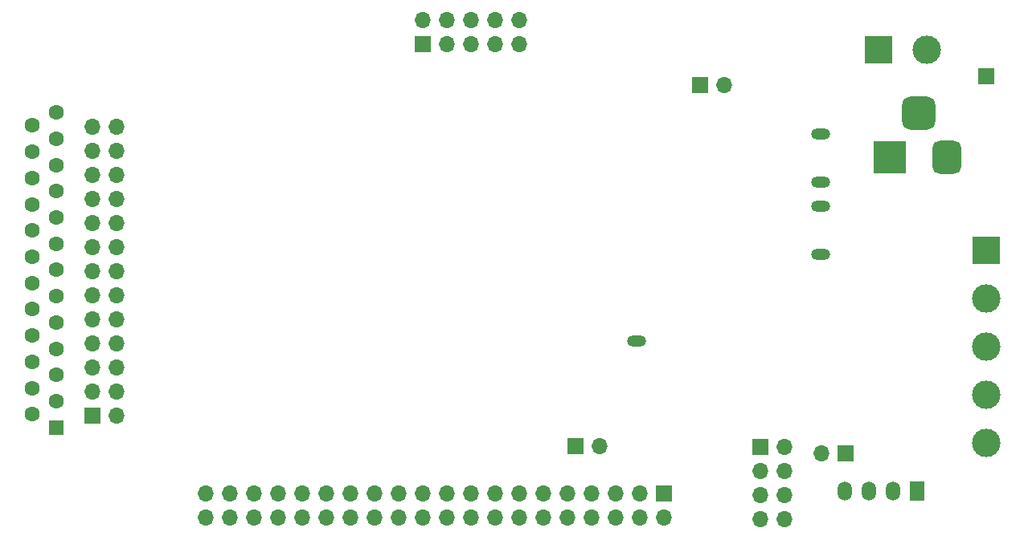
<source format=gbr>
G04 #@! TF.GenerationSoftware,KiCad,Pcbnew,(6.0.4-0)*
G04 #@! TF.CreationDate,2022-04-08T08:30:32+02:00*
G04 #@! TF.ProjectId,FluCom2,466c7543-6f6d-4322-9e6b-696361645f70,2.3*
G04 #@! TF.SameCoordinates,Original*
G04 #@! TF.FileFunction,Soldermask,Bot*
G04 #@! TF.FilePolarity,Negative*
%FSLAX46Y46*%
G04 Gerber Fmt 4.6, Leading zero omitted, Abs format (unit mm)*
G04 Created by KiCad (PCBNEW (6.0.4-0)) date 2022-04-08 08:30:32*
%MOMM*%
%LPD*%
G01*
G04 APERTURE LIST*
G04 Aperture macros list*
%AMRoundRect*
0 Rectangle with rounded corners*
0 $1 Rounding radius*
0 $2 $3 $4 $5 $6 $7 $8 $9 X,Y pos of 4 corners*
0 Add a 4 corners polygon primitive as box body*
4,1,4,$2,$3,$4,$5,$6,$7,$8,$9,$2,$3,0*
0 Add four circle primitives for the rounded corners*
1,1,$1+$1,$2,$3*
1,1,$1+$1,$4,$5*
1,1,$1+$1,$6,$7*
1,1,$1+$1,$8,$9*
0 Add four rect primitives between the rounded corners*
20,1,$1+$1,$2,$3,$4,$5,0*
20,1,$1+$1,$4,$5,$6,$7,0*
20,1,$1+$1,$6,$7,$8,$9,0*
20,1,$1+$1,$8,$9,$2,$3,0*%
G04 Aperture macros list end*
%ADD10R,1.700000X1.700000*%
%ADD11O,1.700000X1.700000*%
%ADD12R,3.500000X3.500000*%
%ADD13RoundRect,0.750000X0.750000X1.000000X-0.750000X1.000000X-0.750000X-1.000000X0.750000X-1.000000X0*%
%ADD14RoundRect,0.875000X0.875000X0.875000X-0.875000X0.875000X-0.875000X-0.875000X0.875000X-0.875000X0*%
%ADD15R,3.000000X3.000000*%
%ADD16C,3.000000*%
%ADD17R,1.500000X2.000000*%
%ADD18O,1.500000X2.000000*%
%ADD19R,1.600000X1.600000*%
%ADD20C,1.600000*%
%ADD21O,2.000000X1.200000*%
G04 APERTURE END LIST*
D10*
X133000000Y-135500000D03*
D11*
X133000000Y-138040000D03*
X130460000Y-135500000D03*
X130460000Y-138040000D03*
X127920000Y-135500000D03*
X127920000Y-138040000D03*
X125380000Y-135500000D03*
X125380000Y-138040000D03*
X122840000Y-135500000D03*
X122840000Y-138040000D03*
X120300000Y-135500000D03*
X120300000Y-138040000D03*
X117760000Y-135500000D03*
X117760000Y-138040000D03*
X115220000Y-135500000D03*
X115220000Y-138040000D03*
X112680000Y-135500000D03*
X112680000Y-138040000D03*
X110140000Y-135500000D03*
X110140000Y-138040000D03*
X107600000Y-135500000D03*
X107600000Y-138040000D03*
X105060000Y-135500000D03*
X105060000Y-138040000D03*
X102520000Y-135500000D03*
X102520000Y-138040000D03*
X99980000Y-135500000D03*
X99980000Y-138040000D03*
X97440000Y-135500000D03*
X97440000Y-138040000D03*
X94900000Y-135500000D03*
X94900000Y-138040000D03*
X92360000Y-135500000D03*
X92360000Y-138040000D03*
X89820000Y-135500000D03*
X89820000Y-138040000D03*
X87280000Y-135500000D03*
X87280000Y-138040000D03*
X84740000Y-135500000D03*
X84740000Y-138040000D03*
D10*
X72785000Y-127325000D03*
D11*
X72785000Y-124785000D03*
X72785000Y-122245000D03*
X72785000Y-119705000D03*
X72785000Y-117165000D03*
X72785000Y-114625000D03*
X72785000Y-112085000D03*
X72785000Y-109545000D03*
X72785000Y-107005000D03*
X72785000Y-104465000D03*
X72785000Y-101925000D03*
X72785000Y-99385000D03*
X72785000Y-96845000D03*
X75325000Y-127325000D03*
X75325000Y-124785000D03*
X75325000Y-122245000D03*
X75325000Y-119705000D03*
X75325000Y-117165000D03*
X75325000Y-114625000D03*
X75325000Y-112085000D03*
X75325000Y-109545000D03*
X75325000Y-107005000D03*
X75325000Y-104465000D03*
X75325000Y-101925000D03*
X75325000Y-99385000D03*
X75325000Y-96845000D03*
D12*
X156814000Y-100050000D03*
D13*
X162814000Y-100050000D03*
D14*
X159814000Y-95350000D03*
D15*
X166900000Y-109825000D03*
D16*
X166900000Y-114905000D03*
X166900000Y-119985000D03*
X166900000Y-125065000D03*
X166900000Y-130145000D03*
D15*
X155560000Y-88700000D03*
D16*
X160640000Y-88700000D03*
D10*
X152146000Y-131300000D03*
D11*
X149606000Y-131300000D03*
D10*
X166925000Y-91525000D03*
D17*
X159650000Y-135225000D03*
D18*
X157110000Y-135225000D03*
X154570000Y-135225000D03*
X152030000Y-135225000D03*
D19*
X68961000Y-128550000D03*
D20*
X68961000Y-125780000D03*
X68961000Y-123010000D03*
X68961000Y-120240000D03*
X68961000Y-117470000D03*
X68961000Y-114700000D03*
X68961000Y-111930000D03*
X68961000Y-109160000D03*
X68961000Y-106390000D03*
X68961000Y-103620000D03*
X68961000Y-100850000D03*
X68961000Y-98080000D03*
X68961000Y-95310000D03*
X66421000Y-127165000D03*
X66421000Y-124395000D03*
X66421000Y-121625000D03*
X66421000Y-118855000D03*
X66421000Y-116085000D03*
X66421000Y-113315000D03*
X66421000Y-110545000D03*
X66421000Y-107775000D03*
X66421000Y-105005000D03*
X66421000Y-102235000D03*
X66421000Y-99465000D03*
X66421000Y-96695000D03*
D10*
X123710000Y-130500000D03*
D11*
X126250000Y-130500000D03*
D10*
X143150000Y-130600000D03*
D11*
X145690000Y-130600000D03*
X143150000Y-133140000D03*
X145690000Y-133140000D03*
X143150000Y-135680000D03*
X145690000Y-135680000D03*
X143150000Y-138220000D03*
X145690000Y-138220000D03*
D21*
X149500000Y-97590000D03*
X149500000Y-102670000D03*
X149500000Y-105210000D03*
X149500000Y-110290000D03*
X130094000Y-119434000D03*
D10*
X136825000Y-92450000D03*
D11*
X139365000Y-92450000D03*
D10*
X107574000Y-88143000D03*
D11*
X107574000Y-85603000D03*
X110114000Y-88143000D03*
X110114000Y-85603000D03*
X112654000Y-88143000D03*
X112654000Y-85603000D03*
X115194000Y-88143000D03*
X115194000Y-85603000D03*
X117734000Y-88143000D03*
X117734000Y-85603000D03*
M02*

</source>
